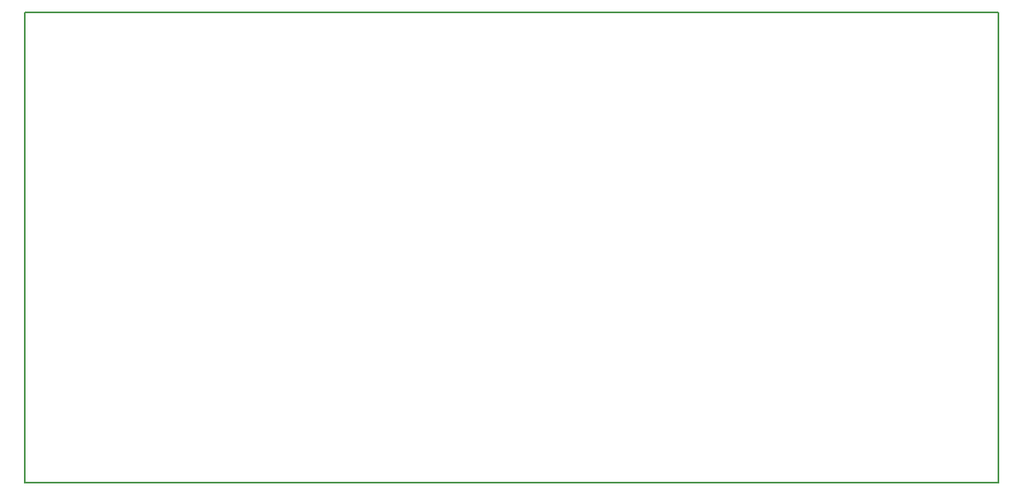
<source format=gm1>
%TF.GenerationSoftware,KiCad,Pcbnew,5.0.2+dfsg1-1*%
%TF.CreationDate,2022-04-21T18:11:17+09:00*%
%TF.ProjectId,car-bluetooth,6361722d-626c-4756-9574-6f6f74682e6b,rev?*%
%TF.SameCoordinates,Original*%
%TF.FileFunction,Profile,NP*%
%FSLAX46Y46*%
G04 Gerber Fmt 4.6, Leading zero omitted, Abs format (unit mm)*
G04 Created by KiCad (PCBNEW 5.0.2+dfsg1-1) date Thu 21 Apr 2022 06:11:17 PM JST*
%MOMM*%
%LPD*%
G01*
G04 APERTURE LIST*
%ADD10C,0.150000*%
G04 APERTURE END LIST*
D10*
X61214000Y-104140000D02*
X61214000Y-152400000D01*
X161036000Y-104140000D02*
X61214000Y-104140000D01*
X161036000Y-152400000D02*
X161036000Y-104140000D01*
X61214000Y-152400000D02*
X161036000Y-152400000D01*
M02*

</source>
